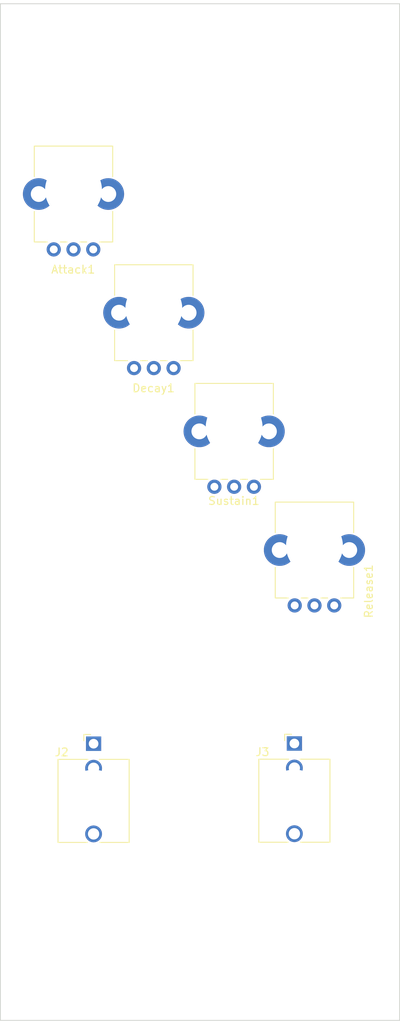
<source format=kicad_pcb>
(kicad_pcb (version 20221018) (generator pcbnew)
  (layers (0 "F.Cu" signal) (31 "B.Cu" signal) (34 "B.Paste" user) (35 "F.Paste" user) (36 "B.SilkS" user "B.Silkscreen") (37 "F.SilkS" user "F.Silkscreen") (38 "B.Mask" user) (39 "F.Mask" user) (44 "Edge.Cuts" user))
  (net 0 "")
  (net 1 "Net-(Attack1-Pad2)")
  (net 2 "Net-(Attack1-Pad1)")
  (net 3 "Net-(C1-Pad1)")
  (net 4 "GND")
  (net 5 "Net-(Decay1-Pad2)")
  (net 6 "Net-(Decay1-Pad1)")
  (net 7 "Net-(J2-PadT)")
  (net 8 "Net-(J3-PadT)")
  (net 10 "Net-(R8-Pad1)")
  (net 11 "Net-(R10-Pad1)")
  (net 12 "Net-(Sustain1-Pad2)")
  (net 13 "Net-(Sustain1-Pad1)")
  (footprint "Custom_Footprints:Sub_Miniature_Switch_MountingHole_3.5mm" (layer "F.Cu") (at 129.6555 127.321401)
    (fp_text reference "Ref**" hide)
    (fp_text value "Subminiature_Switch" hide)
    (pad "" np_thru_hole circle (at 0 0) (size 6.4 6.4) (drill 6.4) (layers "*.Cu" "*.Mask"))
  )
  (footprint "Custom_Footprints:Sub_Miniature_Switch_MountingHole_3.5mm" (layer "F.Cu") (at 104.2555 127.346801)
    (fp_text reference "Ref**" hide)
    (fp_text value "Subminiature_Switch" hide)
    (pad "" np_thru_hole circle (at 0 0) (size 6.4 6.4) (drill 6.4) (layers "*.Cu" "*.Mask"))
  )
  (footprint "" (layer "F.Cu") (at 122.0355 80.898001)
    (fp_text reference "" (at 0 0) (layer "F.SilkS") (effects (font (size 1.27 1.27))))
    (fp_text value "" (at 0 0) (layer "F.SilkS") (effects (font (size 1.27 1.27))))
    (pad "" np_thru_hole circle (at 0 0) (size 7.2 7.2) (drill 7.2) (layers "*.Cu" "*.Mask"))
  )
  (footprint "MountingHole:MountingHole_3.2mm_M3" (layer "F.Cu") (at 135.528 152.838001)
    (fp_text reference "REF**" hide)
    (fp_text value "MountingHole_3.2mm_M3" hide)
    (pad "" np_thru_hole oval (at 0 0) (size 7 3.2) (drill oval 7 3.2) (layers "*.Cu" "*.Mask"))
  )
  (footprint "Custom_Footprints:Alpha_9mm_Potentiometer" (layer "F.Cu") (at 114.3755 73.388001 90)
    (fp_text reference "Decay1" (at -2.54 -2.54) (layer "F.SilkS"))
    (fp_text value "500k")
    (fp_line (start 0.94 -7.461) (end 0.94 -5.825) (stroke (width 0.12)) (layer "F.SilkS"))
    (fp_line (start 0.94 -7.461) (end 4.806 -7.461) (stroke (width 0.12)) (layer "F.SilkS"))
    (fp_line (start 0.94 -4.175) (end 0.94 -3.325) (stroke (width 0.12)) (layer "F.SilkS"))
    (fp_line (start 0.94 -1.675) (end 0.94 -0.825) (stroke (width 0.12)) (layer "F.SilkS"))
    (fp_line (start 0.94 0.825) (end 0.94 2.46) (stroke (width 0.12)) (layer "F.SilkS"))
    (fp_line (start 0.94 2.46) (end 4.806 2.46) (stroke (width 0.12)) (layer "F.SilkS"))
    (fp_line (start 9.195 -7.461) (end 13.06 -7.461) (stroke (width 0.12)) (layer "F.SilkS"))
    (fp_line (start 9.195 2.46) (end 13.06 2.46) (stroke (width 0.12)) (layer "F.SilkS"))
    (fp_line (start 13.06 -7.461) (end 13.06 2.46) (stroke (width 0.12)) (layer "F.SilkS"))
    (fp_arc (start 5.571705 -0.202247) (mid 4.500335 -2.500192) (end 5.572 -4.798) (stroke (width 0.12)) (layer "F.SilkS"))
    (fp_arc (start 8.671982 -5.262432) (mid 10.500762 -2.500553) (end 8.673 0.262) (stroke (width 0.12)) (layer "F.SilkS"))
    (pad "" np_thru_hole circle (at 7 -6.9 90) (size 4 4) (drill 2) (layers "*.Cu" "*.Mask"))
    (pad "" np_thru_hole circle (at 7 1.9 90) (size 4 4) (drill 2) (layers "*.Cu" "*.Mask"))
    (pad "1" thru_hole circle (at 0 -5 90) (size 1.8 1.8) (drill 1) (layers "*.Cu" "*.Mask") (net 6 "Net-(Decay1-Pad1)"))
    (pad "2" thru_hole circle (at 0 -2.5 90) (size 1.8 1.8) (drill 1) (layers "*.Cu" "*.Mask") (net 5 "Net-(Decay1-Pad2)"))
    (pad "3" thru_hole circle (at 0 0 90) (size 1.8 1.8) (drill 1) (layers "*.Cu" "*.Mask") (net 5 "Net-(Decay1-Pad2)"))
  )
  (footprint "Connector_Audio:Jack_3.5mm_QingPu_WQP-PJ398SM_Vertical_CircularHoles" (layer "F.Cu") (at 129.6555 120.841401)
    (fp_text reference "J3" (at -4.03 1.08) (layer "F.SilkS"))
    (fp_text value "OUT")
    (fp_line (start -4.5 1.98) (end -4.5 12.48) (stroke (width 0.12)) (layer "F.SilkS"))
    (fp_line (start -1.23 -1.17) (end -1.23 -0.37) (stroke (width 0.12)) (layer "F.SilkS"))
    (fp_line (start -1.23 -1.17) (end -0.37 -1.17) (stroke (width 0.12)) (layer "F.SilkS"))
    (fp_line (start -0.8 12.48) (end -4.5 12.48) (stroke (width 0.12)) (layer "F.SilkS"))
    (fp_line (start -0.72 1.98) (end -4.5 1.98) (stroke (width 0.12)) (layer "F.SilkS"))
    (fp_line (start 4.5 1.98) (end 0.72 1.98) (stroke (width 0.12)) (layer "F.SilkS"))
    (fp_line (start 4.5 1.98) (end 4.5 12.48) (stroke (width 0.12)) (layer "F.SilkS"))
    (fp_line (start 4.5 12.48) (end 0.8 12.48) (stroke (width 0.12)) (layer "F.SilkS"))
    (fp_circle (center 0 6.48) (end 1.8 6.48) (stroke (width 0.12)) (fill none) (layer "F.SilkS"))
    (pad "S" thru_hole rect (at 0 0 180) (size 1.93 1.83) (drill 1.22) (layers "*.Cu" "*.Mask") (net 4 "GND"))
    (pad "T" thru_hole circle (at 0 11.4 180) (size 2.13 2.13) (drill 1.43) (layers "*.Cu" "*.Mask") (net 8 "Net-(J3-PadT)"))
    (pad "TN" thru_hole circle (at 0 3.1 180) (size 2.13 2.13) (drill 1.42) (layers "*.Cu" "*.Mask"))
  )
  (footprint "MountingHole:MountingHole_3.2mm_M3" (layer "F.Cu") (at 99.968 152.838001)
    (fp_text reference "REF**" hide)
    (fp_text value "MountingHole_3.2mm_M3" hide)
    (pad "" np_thru_hole oval (at 0 0) (size 7 3.2) (drill oval 7 3.2) (layers "*.Cu" "*.Mask"))
  )
  (footprint "Custom_Footprints:Alpha_9mm_Potentiometer" (layer "F.Cu") (at 124.5355 88.388001 90)
    (fp_text reference "Sustain1" (at -1.781999 -2.54) (layer "F.SilkS"))
    (fp_text value "500k")
    (fp_line (start 0.94 -7.461) (end 0.94 -5.825) (stroke (width 0.12)) (layer "F.SilkS"))
    (fp_line (start 0.94 -7.461) (end 4.806 -7.461) (stroke (width 0.12)) (layer "F.SilkS"))
    (fp_line (start 0.94 -4.175) (end 0.94 -3.325) (stroke (width 0.12)) (layer "F.SilkS"))
    (fp_line (start 0.94 -1.675) (end 0.94 -0.825) (stroke (width 0.12)) (layer "F.SilkS"))
    (fp_line (start 0.94 0.825) (end 0.94 2.46) (stroke (width 0.12)) (layer "F.SilkS"))
    (fp_line (start 0.94 2.46) (end 4.806 2.46) (stroke (width 0.12)) (layer "F.SilkS"))
    (fp_line (start 9.195 -7.461) (end 13.06 -7.461) (stroke (width 0.12)) (layer "F.SilkS"))
    (fp_line (start 9.195 2.46) (end 13.06 2.46) (stroke (width 0.12)) (layer "F.SilkS"))
    (fp_line (start 13.06 -7.461) (end 13.06 2.46) (stroke (width 0.12)) (layer "F.SilkS"))
    (fp_arc (start 5.571705 -0.202247) (mid 4.500335 -2.500192) (end 5.572 -4.798) (stroke (width 0.12)) (layer "F.SilkS"))
    (fp_arc (start 8.671982 -5.262432) (mid 10.500762 -2.500553) (end 8.673 0.262) (stroke (width 0.12)) (layer "F.SilkS"))
    (pad "" np_thru_hole circle (at 7 -6.9 90) (size 4 4) (drill 2) (layers "*.Cu" "*.Mask"))
    (pad "" np_thru_hole circle (at 7 1.9 90) (size 4 4) (drill 2) (layers "*.Cu" "*.Mask"))
    (pad "1" thru_hole circle (at 0 -5 90) (size 1.8 1.8) (drill 1) (layers "*.Cu" "*.Mask") (net 13 "Net-(Sustain1-Pad1)"))
    (pad "2" thru_hole circle (at 0 -2.5 90) (size 1.8 1.8) (drill 1) (layers "*.Cu" "*.Mask") (net 12 "Net-(Sustain1-Pad2)"))
    (pad "3" thru_hole circle (at 0 0 90) (size 1.8 1.8) (drill 1) (layers "*.Cu" "*.Mask") (net 10 "Net-(R8-Pad1)"))
  )
  (footprint "" (layer "F.Cu") (at 101.7155 50.898001)
    (fp_text reference "" (at 0 0) (layer "F.SilkS") (effects (font (size 1.27 1.27))))
    (fp_text value "" (at 0 0) (layer "F.SilkS") (effects (font (size 1.27 1.27))))
    (pad "" np_thru_hole circle (at 0 0) (size 7.2 7.2) (drill 7.2) (layers "*.Cu" "*.Mask"))
  )
  (footprint "Connector_Audio:Jack_3.5mm_QingPu_WQP-PJ398SM_Vertical_CircularHoles" (layer "F.Cu") (at 104.2555 120.866801)
    (fp_text reference "J2" (at -4.03 1.08) (layer "F.SilkS"))
    (fp_text value "GATE")
    (fp_line (start -4.5 1.98) (end -4.5 12.48) (stroke (width 0.12)) (layer "F.SilkS"))
    (fp_line (start -1.23 -1.17) (end -1.23 -0.37) (stroke (width 0.12)) (layer "F.SilkS"))
    (fp_line (start -1.23 -1.17) (end -0.37 -1.17) (stroke (width 0.12)) (layer "F.SilkS"))
    (fp_line (start -0.8 12.48) (end -4.5 12.48) (stroke (width 0.12)) (layer "F.SilkS"))
    (fp_line (start -0.72 1.98) (end -4.5 1.98) (stroke (width 0.12)) (layer "F.SilkS"))
    (fp_line (start 4.5 1.98) (end 0.72 1.98) (stroke (width 0.12)) (layer "F.SilkS"))
    (fp_line (start 4.5 1.98) (end 4.5 12.48) (stroke (width 0.12)) (layer "F.SilkS"))
    (fp_line (start 4.5 12.48) (end 0.8 12.48) (stroke (width 0.12)) (layer "F.SilkS"))
    (fp_circle (center 0 6.48) (end 1.8 6.48) (stroke (width 0.12)) (fill none) (layer "F.SilkS"))
    (pad "S" thru_hole rect (at 0 0 180) (size 1.93 1.83) (drill 1.22) (layers "*.Cu" "*.Mask") (net 4 "GND"))
    (pad "T" thru_hole circle (at 0 11.4 180) (size 2.13 2.13) (drill 1.43) (layers "*.Cu" "*.Mask") (net 7 "Net-(J2-PadT)"))
    (pad "TN" thru_hole circle (at 0 3.1 180) (size 2.13 2.13) (drill 1.42) (layers "*.Cu" "*.Mask") (net 4 "GND"))
  )
  (footprint "MountingHole:MountingHole_3.2mm_M3" (layer "F.Cu") (at 135.528 30.338001)
    (fp_text reference "REF**" hide)
    (fp_text value "MountingHole_3.2mm_M3" hide)
    (pad "" np_thru_hole oval (at 0 0) (size 7 3.2) (drill oval 7 3.2) (layers "*.Cu" "*.Mask"))
  )
  (footprint "" (layer "F.Cu") (at 111.8755 65.898001)
    (fp_text reference "" (at 0 0) (layer "F.SilkS") (effects (font (size 1.27 1.27))))
    (fp_text value "" (at 0 0) (layer "F.SilkS") (effects (font (size 1.27 1.27))))
    (pad "" np_thru_hole circle (at 0 0) (size 7.2 7.2) (drill 7.2) (layers "*.Cu" "*.Mask"))
  )
  (footprint "MountingHole:MountingHole_3.2mm_M3" (layer "F.Cu") (at 99.968 30.338001)
    (fp_text reference "REF**" hide)
    (fp_text value "MountingHole_3.2mm_M3" hide)
    (pad "" np_thru_hole oval (at 0 0) (size 7 3.2) (drill oval 7 3.2) (layers "*.Cu" "*.Mask"))
  )
  (footprint "Custom_Footprints:Alpha_9mm_Potentiometer" (layer "F.Cu") (at 134.6955 103.388001 90)
    (fp_text reference "Release1" (at 1.788001 4.358 90) (layer "F.SilkS"))
    (fp_text value "500k")
    (fp_line (start 0.94 -7.461) (end 0.94 -5.825) (stroke (width 0.12)) (layer "F.SilkS"))
    (fp_line (start 0.94 -7.461) (end 4.806 -7.461) (stroke (width 0.12)) (layer "F.SilkS"))
    (fp_line (start 0.94 -4.175) (end 0.94 -3.325) (stroke (width 0.12)) (layer "F.SilkS"))
    (fp_line (start 0.94 -1.675) (end 0.94 -0.825) (stroke (width 0.12)) (layer "F.SilkS"))
    (fp_line (start 0.94 0.825) (end 0.94 2.46) (stroke (width 0.12)) (layer "F.SilkS"))
    (fp_line (start 0.94 2.46) (end 4.806 2.46) (stroke (width 0.12)) (layer "F.SilkS"))
    (fp_line (start 9.195 -7.461) (end 13.06 -7.461) (stroke (width 0.12)) (layer "F.SilkS"))
    (fp_line (start 9.195 2.46) (end 13.06 2.46) (stroke (width 0.12)) (layer "F.SilkS"))
    (fp_line (start 13.06 -7.461) (end 13.06 2.46) (stroke (width 0.12)) (layer "F.SilkS"))
    (fp_arc (start 5.571705 -0.202247) (mid 4.500335 -2.500192) (end 5.572 -4.798) (stroke (width 0.12)) (layer "F.SilkS"))
    (fp_arc (start 8.671982 -5.262432) (mid 10.500762 -2.500553) (end 8.673 0.262) (stroke (width 0.12)) (layer "F.SilkS"))
    (pad "" np_thru_hole circle (at 7 -6.9 90) (size 4 4) (drill 2) (layers "*.Cu" "*.Mask"))
    (pad "" np_thru_hole circle (at 7 1.9 90) (size 4 4) (drill 2) (layers "*.Cu" "*.Mask"))
    (pad "1" thru_hole circle (at 0 -5 90) (size 1.8 1.8) (drill 1) (layers "*.Cu" "*.Mask") (net 11 "Net-(R10-Pad1)"))
    (pad "2" thru_hole circle (at 0 -2.5 90) (size 1.8 1.8) (drill 1) (layers "*.Cu" "*.Mask") (net 3 "Net-(C1-Pad1)"))
    (pad "3" thru_hole circle (at 0 0 90) (size 1.8 1.8) (drill 1) (layers "*.Cu" "*.Mask") (net 3 "Net-(C1-Pad1)"))
  )
  (footprint "" (layer "F.Cu") (at 132.1955 95.898001)
    (fp_text reference "" (at 0 0) (layer "F.SilkS") (effects (font (size 1.27 1.27))))
    (fp_text value "" (at 0 0) (layer "F.SilkS") (effects (font (size 1.27 1.27))))
    (pad "" np_thru_hole circle (at 0 0) (size 7.2 7.2) (drill 7.2) (layers "*.Cu" "*.Mask"))
  )
  (footprint "Custom_Footprints:Alpha_9mm_Potentiometer" (layer "F.Cu") (at 104.2155 58.388001 90)
    (fp_text reference "Attack1" (at -2.54 -2.54) (layer "F.SilkS"))
    (fp_text value "1M")
    (fp_line (start 0.94 -7.461) (end 0.94 -5.825) (stroke (width 0.12)) (layer "F.SilkS"))
    (fp_line (start 0.94 -7.461) (end 4.806 -7.461) (stroke (width 0.12)) (layer "F.SilkS"))
    (fp_line (start 0.94 -4.175) (end 0.94 -3.325) (stroke (width 0.12)) (layer "F.SilkS"))
    (fp_line (start 0.94 -1.675) (end 0.94 -0.825) (stroke (width 0.12)) (layer "F.SilkS"))
    (fp_line (start 0.94 0.825) (end 0.94 2.46) (stroke (width 0.12)) (layer "F.SilkS"))
    (fp_line (start 0.94 2.46) (end 4.806 2.46) (stroke (width 0.12)) (layer "F.SilkS"))
    (fp_line (start 9.195 -7.461) (end 13.06 -7.461) (stroke (width 0.12)) (layer "F.SilkS"))
    (fp_line (start 9.195 2.46) (end 13.06 2.46) (stroke (width 0.12)) (layer "F.SilkS"))
    (fp_line (start 13.06 -7.461) (end 13.06 2.46) (stroke (width 0.12)) (layer "F.SilkS"))
    (fp_arc (start 5.571705 -0.202247) (mid 4.500335 -2.500192) (end 5.572 -4.798) (stroke (width 0.12)) (layer "F.SilkS"))
    (fp_arc (start 8.671982 -5.262432) (mid 10.500762 -2.500553) (end 8.673 0.262) (stroke (width 0.12)) (layer "F.SilkS"))
    (pad "" np_thru_hole circle (at 7 -6.9 90) (size 4 4) (drill 2) (layers "*.Cu" "*.Mask"))
    (pad "" np_thru_hole circle (at 7 1.9 90) (size 4 4) (drill 2) (layers "*.Cu" "*.Mask"))
    (pad "1" thru_hole circle (at 0 -5 90) (size 1.8 1.8) (drill 1) (layers "*.Cu" "*.Mask") (net 2 "Net-(Attack1-Pad1)"))
    (pad "2" thru_hole circle (at 0 -2.5 90) (size 1.8 1.8) (drill 1) (layers "*.Cu" "*.Mask") (net 1 "Net-(Attack1-Pad2)"))
    (pad "3" thru_hole circle (at 0 0 90) (size 1.8 1.8) (drill 1) (layers "*.Cu" "*.Mask") (net 1 "Net-(Attack1-Pad2)"))
  )
  (gr_line (start 92.468 27.338001) (end 142.968 27.338001) (stroke (width 0.1)) (layer "Edge.Cuts"))
  (gr_line (start 92.468 155.838001) (end 92.468 27.338001) (stroke (width 0.1)) (layer "Edge.Cuts"))
  (gr_line (start 142.968 155.838001) (end 92.468 155.838001) (stroke (width 0.1)) (layer "Edge.Cuts"))
  (gr_line (start 142.968 27.338001) (end 142.968 155.838001) (stroke (width 0.1)) (layer "Edge.Cuts"))
)
</source>
